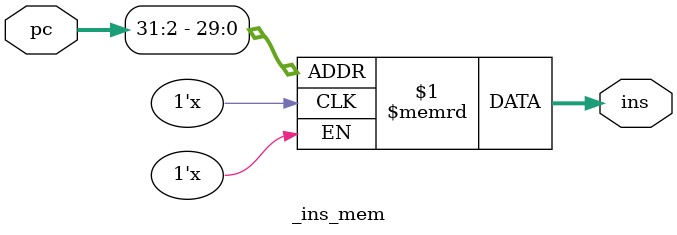
<source format=v>
module _ins_mem(pc,ins);
   input [31:0]pc;
	output [31:0]ins;
	
	parameter INS_MEM_SIZE=32;
	
	reg [31:0]mem[INS_MEM_SIZE-1:0];
	
	assign ins=mem[pc[31:2]];


endmodule 
</source>
